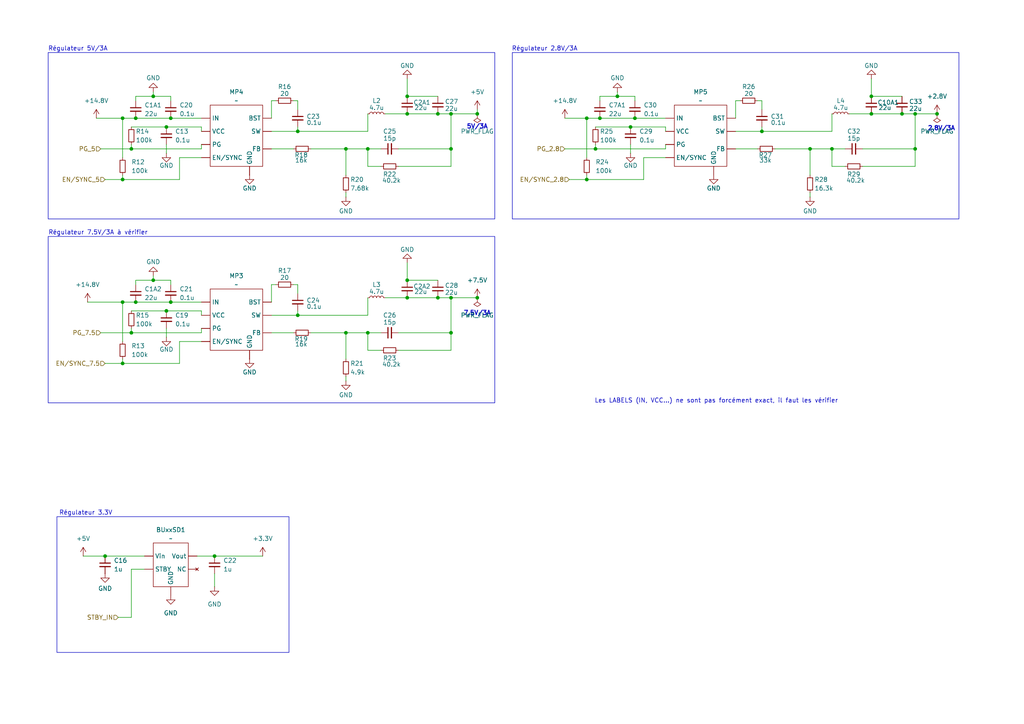
<source format=kicad_sch>
(kicad_sch (version 20250114) (generator "eeschema") (generator_version "9.0")
  (paper "A4")
  (lib_symbols
    (symbol "Device:C_Small" (pin_numbers (hide yes)) (pin_names (offset 0.254) (hide yes))
      (property "Reference" "C" (at 0.254 1.778 0))
      (property "Value" "C_Small" (at 0.254 -2.032 0))
      (symbol "C_Small_0_1"
        (polyline (pts (xy -1.524 0.508) (xy 1.524 0.508)) (stroke (width 0.3048)))
        (polyline (pts (xy -1.524 -0.508) (xy 1.524 -0.508)) (stroke (width 0.3302)))
      )
      (symbol "C_Small_1_1"
        (pin passive line (at 0 2.54 270) (length 2.032) (name "~") (number "1"))
        (pin passive line (at 0 -2.54 90) (length 2.032) (name "~") (number "2"))
      )
    )
    (symbol "Device:L_Small" (pin_numbers (hide yes)) (pin_names (offset 0.254) (hide yes))
      (property "Reference" "L" (at 0.762 1.016 0))
      (property "Value" "L_Small" (at 0.762 -1.016 0))
      (symbol "L_Small_0_1"
        (arc (start 0 2.032) (mid 0.5058 1.524) (end 0 1.016))
        (arc (start 0 1.016) (mid 0.5058 0.508) (end 0 0))
        (arc (start 0 0) (mid 0.5058 -0.508) (end 0 -1.016))
        (arc (start 0 -1.016) (mid 0.5058 -1.524) (end 0 -2.032))
      )
      (symbol "L_Small_1_1"
        (pin passive line (at 0 2.54 270) (length 0.508) (name "~") (number "1"))
        (pin passive line (at 0 -2.54 90) (length 0.508) (name "~") (number "2"))
      )
    )
    (symbol "Device:R_Small" (pin_numbers (hide yes)) (pin_names (offset 0.254) (hide yes))
      (property "Reference" "R" (at 0.762 0.508 0))
      (property "Value" "R_Small" (at 0.762 -1.016 0))
      (symbol "R_Small_0_1"
        (rectangle (start -0.762 1.778) (end 0.762 -1.778) (stroke (width 0.2032)))
      )
      (symbol "R_Small_1_1"
        (pin passive line (at 0 2.54 270) (length 0.762) (name "~") (number "1"))
        (pin passive line (at 0 -2.54 90) (length 0.762) (name "~") (number "2"))
      )
    )
    (symbol "MP1475_1"
      (property "Reference" "MP3" (at 0 12.7 0))
      (property "Value" "~" (at 0 10.16 0))
      (symbol "MP1475_1_0_1"
        (rectangle (start -7.62 8.89) (end 7.62 -8.89))
      )
      (symbol "MP1475_1_1_1"
        (pin power_in line (at -10.16 5.08 0) (length 2.54) (name "IN") (number ""))
        (pin power_out line (at -10.16 1.27 0) (length 2.54) (name "VCC") (number ""))
        (pin output line (at -10.16 -2.54 0) (length 2.54) (name "PG") (number ""))
        (pin input line (at -10.16 -6.35 0) (length 2.54) (name "EN/SYNC") (number ""))
        (pin power_in line (at 3.81 -11.43 90) (length 2.54) (name "GND") (number ""))
        (pin passive line (at 10.16 5.08 180) (length 2.54) (name "BST") (number ""))
        (pin passive line (at 10.16 1.27 180) (length 2.54) (name "SW") (number ""))
        (pin input line (at 10.16 -3.81 180) (length 2.54) (name "FB") (number ""))
      )
    )
    (symbol "MP1475_2"
      (property "Reference" "MP3" (at 0 12.7 0))
      (property "Value" "~" (at 0 10.16 0))
      (symbol "MP1475_2_0_1"
        (rectangle (start -7.62 8.89) (end 7.62 -8.89))
      )
      (symbol "MP1475_2_1_1"
        (pin power_in line (at -10.16 5.08 0) (length 2.54) (name "IN") (number ""))
        (pin power_out line (at -10.16 1.27 0) (length 2.54) (name "VCC") (number ""))
        (pin output line (at -10.16 -2.54 0) (length 2.54) (name "PG") (number ""))
        (pin input line (at -10.16 -6.35 0) (length 2.54) (name "EN/SYNC") (number ""))
        (pin power_in line (at 3.81 -11.43 90) (length 2.54) (name "GND") (number ""))
        (pin passive line (at 10.16 5.08 180) (length 2.54) (name "BST") (number ""))
        (pin passive line (at 10.16 1.27 180) (length 2.54) (name "SW") (number ""))
        (pin input line (at 10.16 -3.81 180) (length 2.54) (name "FB") (number ""))
      )
    )
    (symbol "MP1475_3"
      (property "Reference" "MP3" (at 0 12.7 0))
      (property "Value" "~" (at 0 10.16 0))
      (symbol "MP1475_3_0_1"
        (rectangle (start -7.62 8.89) (end 7.62 -8.89))
      )
      (symbol "MP1475_3_1_1"
        (pin power_in line (at -10.16 5.08 0) (length 2.54) (name "IN") (number ""))
        (pin power_out line (at -10.16 1.27 0) (length 2.54) (name "VCC") (number ""))
        (pin output line (at -10.16 -2.54 0) (length 2.54) (name "PG") (number ""))
        (pin input line (at -10.16 -6.35 0) (length 2.54) (name "EN/SYNC") (number ""))
        (pin power_in line (at 3.81 -11.43 90) (length 2.54) (name "GND") (number ""))
        (pin passive line (at 10.16 5.08 180) (length 2.54) (name "BST") (number ""))
        (pin passive line (at 10.16 1.27 180) (length 2.54) (name "SW") (number ""))
        (pin input line (at 10.16 -3.81 180) (length 2.54) (name "FB") (number ""))
      )
    )
    (symbol "Regulateur:BUxxSD5"
      (property "Reference" "BUxxSD1" (at 0 10.16 0))
      (property "Value" "~" (at 0 7.62 0))
      (symbol "BUxxSD5_0_1"
        (rectangle (start -5.08 6.35) (end 5.08 -6.35))
      )
      (symbol "BUxxSD5_1_1"
        (pin power_in line (at -7.62 2.54 0) (length 2.54) (name "Vin") (number ""))
        (pin input line (at -7.62 -1.27 0) (length 2.54) (name "STBY") (number ""))
        (pin power_in line (at 0 -8.89 90) (length 2.54) (name "GND") (number ""))
        (pin power_out line (at 7.62 2.54 180) (length 2.54) (name "Vout") (number ""))
        (pin no_connect line (at 7.62 -1.27 180) (length 2.54) (name "NC") (number ""))
      )
    )
    (symbol "power:+3.3V" (power) (pin_numbers (hide yes)) (pin_names (offset 0) (hide yes))
      (property "Value" "+3.3V" (at 0 3.556 0))
      (symbol "+3.3V_0_1"
        (polyline (pts (xy -0.762 1.27) (xy 0 2.54)))
        (polyline (pts (xy 0 2.54) (xy 0.762 1.27)))
        (polyline (pts (xy 0 0) (xy 0 2.54)))
      )
      (symbol "+3.3V_1_1"
        (pin power_in line (at 0 0 90) (length 0) (name "~") (number "1"))
      )
    )
    (symbol "power:+5V" (power) (pin_numbers (hide yes)) (pin_names (offset 0) (hide yes))
      (property "Value" "+5V" (at 0 3.556 0))
      (symbol "+5V_0_1"
        (polyline (pts (xy -0.762 1.27) (xy 0 2.54)))
        (polyline (pts (xy 0 2.54) (xy 0.762 1.27)))
        (polyline (pts (xy 0 0) (xy 0 2.54)))
      )
      (symbol "+5V_1_1"
        (pin power_in line (at 0 0 90) (length 0) (name "~") (number "1"))
      )
    )
    (symbol "power:+7.5V" (power) (pin_numbers (hide yes)) (pin_names (offset 0) (hide yes))
      (property "Value" "+7.5V" (at 0 3.556 0))
      (symbol "+7.5V_0_1"
        (polyline (pts (xy -0.762 1.27) (xy 0 2.54)))
        (polyline (pts (xy 0 2.54) (xy 0.762 1.27)))
        (polyline (pts (xy 0 0) (xy 0 2.54)))
      )
      (symbol "+7.5V_1_1"
        (pin power_in line (at 0 0 90) (length 0) (name "~") (number "1"))
      )
    )
    (symbol "power:GND" (power) (pin_numbers (hide yes)) (pin_names (offset 0) (hide yes))
      (property "Value" "GND" (at 0 -3.81 0))
      (symbol "GND_0_1"
        (polyline (pts (xy 0 0) (xy 0 -1.27) (xy 1.27 -1.27) (xy 0 -2.54) (xy -1.27 -1.27) (xy 0 -1.27)))
      )
      (symbol "GND_1_1"
        (pin power_in line (at 0 0 270) (length 0) (name "~") (number "1"))
      )
    )
    (symbol "power:PWR_FLAG" (power) (pin_numbers (hide yes)) (pin_names (offset 0) (hide yes))
      (property "Value" "PWR_FLAG" (at 0 3.81 0))
      (symbol "PWR_FLAG_0_0"
        (pin power_out line (at 0 0 90) (length 0) (name "~") (number "1"))
      )
      (symbol "PWR_FLAG_0_1"
        (polyline (pts (xy 0 0) (xy 0 1.27) (xy -1.016 1.905) (xy 0 2.54) (xy 1.016 1.905) (xy 0 1.27)))
      )
    )
  )
  (rectangle (start 13.97 15.24) (end 143.51 63.5))
  (rectangle (start 148.59 15.24) (end 278.13 63.5))
  (rectangle (start 13.97 68.58) (end 143.51 116.84))
  (rectangle (start 16.51 149.86) (end 83.82 189.23))
  (text "Régulateur 2.8V/3A\n" (at 157.988 14.224 0) (effects (font (size 1.27 1.27))))
  (text "Régulateur 5V/3A\n" (at 22.606 14.224 0) (effects (font (size 1.27 1.27))))
  (text "Les LABELS (IN, VCC...) ne sont pas forcément exact, il faut les vérifier\n" (at 207.772 116.332 0) (effects (font (size 1.27 1.27))))
  (text "7.5V/3A" (at 138.43 90.932 0) (effects (font (size 1.27 1.27) (thickness 0.254) (bold yes))))
  (text "Régulateur 7.5V/3A à vérifier\n" (at 28.448 67.564 0) (effects (font (size 1.27 1.27))))
  (text "5V/3A" (at 138.43 36.83 0) (effects (font (size 1.27 1.27) (thickness 0.254) (bold yes))))
  (text "2.8V/3A\n" (at 273.05 37.338 0) (effects (font (size 1.27 1.27) (thickness 0.254) (bold yes))))
  (text "Régulateur 3.3V\n" (at 24.892 148.844 0) (effects (font (size 1.27 1.27))))
  (junction (at 38.1 96.52))
  (junction (at 184.15 34.29))
  (junction (at 173.99 34.29))
  (junction (at 170.18 52.07))
  (junction (at 118.11 86.36))
  (junction (at 38.1 43.18))
  (junction (at 35.56 87.63))
  (junction (at 100.33 96.52))
  (junction (at 130.81 86.36))
  (junction (at 35.56 105.41))
  (junction (at 252.73 27.94))
  (junction (at 49.53 87.63))
  (junction (at 127 33.02))
  (junction (at 172.72 43.18))
  (junction (at 49.53 34.29))
  (junction (at 182.88 36.83))
  (junction (at 39.37 34.29))
  (junction (at 170.18 34.29))
  (junction (at 127 86.36))
  (junction (at 44.45 27.94))
  (junction (at 106.68 96.52))
  (junction (at 252.73 33.02))
  (junction (at 86.36 91.44))
  (junction (at 234.95 43.18))
  (junction (at 118.11 33.02))
  (junction (at 138.43 33.02))
  (junction (at 138.43 86.36))
  (junction (at 48.26 90.17))
  (junction (at 106.68 43.18))
  (junction (at 130.81 43.18))
  (junction (at 118.11 81.28))
  (junction (at 86.36 38.1))
  (junction (at 48.26 36.83))
  (junction (at 241.3 43.18))
  (junction (at 35.56 34.29))
  (junction (at 261.62 33.02))
  (junction (at 130.81 33.02))
  (junction (at 44.45 81.28))
  (junction (at 271.78 33.02))
  (junction (at 179.07 27.94))
  (junction (at 118.11 27.94))
  (junction (at 130.81 96.52))
  (junction (at 30.48 161.29))
  (junction (at 265.43 33.02))
  (junction (at 220.98 38.1))
  (junction (at 100.33 43.18))
  (junction (at 265.43 43.18))
  (junction (at 62.23 161.29))
  (junction (at 35.56 52.07))
  (junction (at 39.37 87.63))
  (wire (pts (xy 170.18 52.07) (xy 170.18 50.8)))
  (wire (pts (xy 86.36 29.21) (xy 86.36 31.75)))
  (wire (pts (xy 58.42 96.52) (xy 58.42 95.25)))
  (wire (pts (xy 30.48 161.29) (xy 41.91 161.29)))
  (wire (pts (xy 100.33 43.18) (xy 100.33 50.8)))
  (wire (pts (xy 38.1 95.25) (xy 38.1 96.52)))
  (wire (pts (xy 115.57 48.26) (xy 130.81 48.26)))
  (wire (pts (xy 220.98 38.1) (xy 213.36 38.1)))
  (wire (pts (xy 241.3 38.1) (xy 220.98 38.1)))
  (wire (pts (xy 24.13 161.29) (xy 30.48 161.29)))
  (wire (pts (xy 57.15 161.29) (xy 62.23 161.29)))
  (wire (pts (xy 265.43 43.18) (xy 265.43 33.02)))
  (wire (pts (xy 106.68 91.44) (xy 86.36 91.44)))
  (wire (pts (xy 90.17 96.52) (xy 100.33 96.52)))
  (wire (pts (xy 138.43 31.75) (xy 138.43 33.02)))
  (wire (pts (xy 173.99 27.94) (xy 173.99 29.21)))
  (wire (pts (xy 234.95 43.18) (xy 234.95 50.8)))
  (wire (pts (xy 29.21 96.52) (xy 38.1 96.52)))
  (wire (pts (xy 39.37 27.94) (xy 39.37 29.21)))
  (wire (pts (xy 118.11 27.94) (xy 127 27.94)))
  (wire (pts (xy 241.3 33.02) (xy 241.3 38.1)))
  (wire (pts (xy 193.04 36.83) (xy 182.88 36.83)))
  (wire (pts (xy 127 33.02) (xy 130.81 33.02)))
  (wire (pts (xy 49.53 87.63) (xy 39.37 87.63)))
  (wire (pts (xy 58.42 43.18) (xy 58.42 41.91)))
  (wire (pts (xy 106.68 96.52) (xy 110.49 96.52)))
  (wire (pts (xy 52.07 105.41) (xy 35.56 105.41)))
  (wire (pts (xy 86.36 90.17) (xy 86.36 91.44)))
  (wire (pts (xy 118.11 33.02) (xy 127 33.02)))
  (wire (pts (xy 62.23 166.37) (xy 62.23 170.18)))
  (wire (pts (xy 86.36 91.44) (xy 78.74 91.44)))
  (wire (pts (xy 265.43 48.26) (xy 265.43 43.18)))
  (wire (pts (xy 170.18 34.29) (xy 173.99 34.29)))
  (wire (pts (xy 234.95 43.18) (xy 241.3 43.18)))
  (wire (pts (xy 100.33 43.18) (xy 106.68 43.18)))
  (wire (pts (xy 58.42 45.72) (xy 52.07 45.72)))
  (wire (pts (xy 110.49 101.6) (xy 106.68 101.6)))
  (wire (pts (xy 78.74 29.21) (xy 80.01 29.21)))
  (wire (pts (xy 90.17 43.18) (xy 100.33 43.18)))
  (wire (pts (xy 193.04 45.72) (xy 186.69 45.72)))
  (wire (pts (xy 179.07 26.67) (xy 179.07 27.94)))
  (wire (pts (xy 35.56 105.41) (xy 35.56 104.14)))
  (wire (pts (xy 130.81 43.18) (xy 130.81 33.02)))
  (wire (pts (xy 118.11 22.86) (xy 118.11 27.94)))
  (wire (pts (xy 106.68 38.1) (xy 86.36 38.1)))
  (wire (pts (xy 172.72 36.83) (xy 182.88 36.83)))
  (wire (pts (xy 106.68 86.36) (xy 106.68 91.44)))
  (wire (pts (xy 172.72 41.91) (xy 172.72 43.18)))
  (wire (pts (xy 184.15 34.29) (xy 173.99 34.29)))
  (wire (pts (xy 118.11 81.28) (xy 127 81.28)))
  (wire (pts (xy 48.26 95.25) (xy 48.26 97.79)))
  (wire (pts (xy 25.4 87.63) (xy 35.56 87.63)))
  (wire (pts (xy 58.42 99.06) (xy 52.07 99.06)))
  (wire (pts (xy 38.1 179.07) (xy 34.29 179.07)))
  (wire (pts (xy 78.74 34.29) (xy 78.74 29.21)))
  (wire (pts (xy 106.68 96.52) (xy 106.68 101.6)))
  (wire (pts (xy 35.56 45.72) (xy 35.56 34.29)))
  (wire (pts (xy 38.1 41.91) (xy 38.1 43.18)))
  (wire (pts (xy 100.33 55.88) (xy 100.33 57.15)))
  (wire (pts (xy 38.1 165.1) (xy 41.91 165.1)))
  (wire (pts (xy 213.36 43.18) (xy 219.71 43.18)))
  (wire (pts (xy 111.76 86.36) (xy 118.11 86.36)))
  (wire (pts (xy 219.71 29.21) (xy 220.98 29.21)))
  (wire (pts (xy 44.45 80.01) (xy 44.45 81.28)))
  (wire (pts (xy 58.42 91.44) (xy 58.42 90.17)))
  (wire (pts (xy 118.11 76.2) (xy 118.11 81.28)))
  (wire (pts (xy 127 86.36) (xy 130.81 86.36)))
  (wire (pts (xy 44.45 81.28) (xy 39.37 81.28)))
  (wire (pts (xy 213.36 34.29) (xy 213.36 29.21)))
  (wire (pts (xy 106.68 43.18) (xy 106.68 48.26)))
  (wire (pts (xy 213.36 29.21) (xy 214.63 29.21)))
  (wire (pts (xy 58.42 38.1) (xy 58.42 36.83)))
  (wire (pts (xy 49.53 27.94) (xy 49.53 29.21)))
  (wire (pts (xy 29.21 43.18) (xy 38.1 43.18)))
  (wire (pts (xy 44.45 26.67) (xy 44.45 27.94)))
  (wire (pts (xy 78.74 82.55) (xy 80.01 82.55)))
  (wire (pts (xy 49.53 27.94) (xy 44.45 27.94)))
  (wire (pts (xy 220.98 36.83) (xy 220.98 38.1)))
  (wire (pts (xy 115.57 101.6) (xy 130.81 101.6)))
  (wire (pts (xy 234.95 55.88) (xy 234.95 57.15)))
  (wire (pts (xy 62.23 161.29) (xy 76.2 161.29)))
  (wire (pts (xy 35.56 34.29) (xy 39.37 34.29)))
  (wire (pts (xy 49.53 81.28) (xy 44.45 81.28)))
  (wire (pts (xy 78.74 96.52) (xy 85.09 96.52)))
  (wire (pts (xy 78.74 87.63) (xy 78.74 82.55)))
  (wire (pts (xy 58.42 36.83) (xy 48.26 36.83)))
  (wire (pts (xy 85.09 29.21) (xy 86.36 29.21)))
  (wire (pts (xy 52.07 99.06) (xy 52.07 105.41)))
  (wire (pts (xy 111.76 33.02) (xy 118.11 33.02)))
  (wire (pts (xy 106.68 43.18) (xy 110.49 43.18)))
  (wire (pts (xy 252.73 27.94) (xy 261.62 27.94)))
  (wire (pts (xy 38.1 36.83) (xy 48.26 36.83)))
  (wire (pts (xy 184.15 27.94) (xy 179.07 27.94)))
  (wire (pts (xy 186.69 45.72) (xy 186.69 52.07)))
  (wire (pts (xy 245.11 48.26) (xy 241.3 48.26)))
  (wire (pts (xy 78.74 43.18) (xy 85.09 43.18)))
  (wire (pts (xy 110.49 48.26) (xy 106.68 48.26)))
  (wire (pts (xy 246.38 33.02) (xy 252.73 33.02)))
  (wire (pts (xy 252.73 33.02) (xy 261.62 33.02)))
  (wire (pts (xy 224.79 43.18) (xy 234.95 43.18)))
  (wire (pts (xy 35.56 99.06) (xy 35.56 87.63)))
  (wire (pts (xy 193.04 43.18) (xy 193.04 41.91)))
  (wire (pts (xy 193.04 34.29) (xy 184.15 34.29)))
  (wire (pts (xy 100.33 96.52) (xy 106.68 96.52)))
  (wire (pts (xy 38.1 90.17) (xy 48.26 90.17)))
  (wire (pts (xy 261.62 33.02) (xy 265.43 33.02)))
  (wire (pts (xy 182.88 41.91) (xy 182.88 44.45)))
  (wire (pts (xy 86.36 36.83) (xy 86.36 38.1)))
  (wire (pts (xy 186.69 52.07) (xy 170.18 52.07)))
  (wire (pts (xy 106.68 33.02) (xy 106.68 38.1)))
  (wire (pts (xy 58.42 87.63) (xy 49.53 87.63)))
  (wire (pts (xy 52.07 52.07) (xy 35.56 52.07)))
  (wire (pts (xy 86.36 82.55) (xy 86.36 85.09)))
  (wire (pts (xy 130.81 33.02) (xy 138.43 33.02)))
  (wire (pts (xy 44.45 27.94) (xy 39.37 27.94)))
  (wire (pts (xy 38.1 43.18) (xy 58.42 43.18)))
  (wire (pts (xy 48.26 41.91) (xy 48.26 44.45)))
  (wire (pts (xy 58.42 90.17) (xy 48.26 90.17)))
  (wire (pts (xy 30.48 52.07) (xy 35.56 52.07)))
  (wire (pts (xy 252.73 22.86) (xy 252.73 27.94)))
  (wire (pts (xy 85.09 82.55) (xy 86.36 82.55)))
  (wire (pts (xy 58.42 34.29) (xy 49.53 34.29)))
  (wire (pts (xy 100.33 109.22) (xy 100.33 110.49)))
  (wire (pts (xy 130.81 48.26) (xy 130.81 43.18)))
  (wire (pts (xy 86.36 38.1) (xy 78.74 38.1)))
  (wire (pts (xy 130.81 101.6) (xy 130.81 96.52)))
  (wire (pts (xy 163.83 43.18) (xy 172.72 43.18)))
  (wire (pts (xy 250.19 43.18) (xy 265.43 43.18)))
  (wire (pts (xy 27.94 34.29) (xy 35.56 34.29)))
  (wire (pts (xy 30.48 105.41) (xy 35.56 105.41)))
  (wire (pts (xy 118.11 86.36) (xy 127 86.36)))
  (wire (pts (xy 170.18 45.72) (xy 170.18 34.29)))
  (wire (pts (xy 130.81 86.36) (xy 138.43 86.36)))
  (wire (pts (xy 172.72 43.18) (xy 193.04 43.18)))
  (wire (pts (xy 52.07 45.72) (xy 52.07 52.07)))
  (wire (pts (xy 163.83 34.29) (xy 170.18 34.29)))
  (wire (pts (xy 115.57 43.18) (xy 130.81 43.18)))
  (wire (pts (xy 179.07 27.94) (xy 173.99 27.94)))
  (wire (pts (xy 35.56 52.07) (xy 35.56 50.8)))
  (wire (pts (xy 115.57 96.52) (xy 130.81 96.52)))
  (wire (pts (xy 38.1 165.1) (xy 38.1 179.07)))
  (wire (pts (xy 220.98 29.21) (xy 220.98 31.75)))
  (wire (pts (xy 130.81 96.52) (xy 130.81 86.36)))
  (wire (pts (xy 250.19 48.26) (xy 265.43 48.26)))
  (wire (pts (xy 184.15 27.94) (xy 184.15 29.21)))
  (wire (pts (xy 35.56 87.63) (xy 39.37 87.63)))
  (wire (pts (xy 241.3 43.18) (xy 241.3 48.26)))
  (wire (pts (xy 165.1 52.07) (xy 170.18 52.07)))
  (wire (pts (xy 100.33 96.52) (xy 100.33 104.14)))
  (wire (pts (xy 265.43 33.02) (xy 271.78 33.02)))
  (wire (pts (xy 38.1 96.52) (xy 58.42 96.52)))
  (wire (pts (xy 241.3 43.18) (xy 245.11 43.18)))
  (wire (pts (xy 39.37 81.28) (xy 39.37 82.55)))
  (wire (pts (xy 193.04 38.1) (xy 193.04 36.83)))
  (wire (pts (xy 49.53 34.29) (xy 39.37 34.29)))
  (wire (pts (xy 49.53 81.28) (xy 49.53 82.55)))
  (hierarchical_label "PG_2.8" (shape input) (at 163.83 43.18 180))
  (hierarchical_label "EN{slash}SYNC_7.5" (shape input) (at 30.48 105.41 180))
  (hierarchical_label "STBY_IN" (shape input) (at 34.29 179.07 180))
  (hierarchical_label "PG_7.5" (shape input) (at 29.21 96.52 180))
  (hierarchical_label "PG_5" (shape input) (at 29.21 43.18 180))
  (hierarchical_label "EN{slash}SYNC_2.8" (shape input) (at 165.1 52.07 180))
  (hierarchical_label "EN{slash}SYNC_5" (shape input) (at 30.48 52.07 180))
  (symbol (lib_id "Device:R_Small") (at 35.56 48.26 0) (unit 1)
    (property "Reference" "R12" (at 38.1 46.9899 0) (effects (justify left)))
    (property "Value" "100k" (at 38.1 49.5299 0) (effects (justify left)))
    (property "Footprint" "Resistor_SMD:R_0402_1005Metric" (effects (hide yes)))
    (property "Description" "Resistor, small symbol" (effects (hide yes)))
  )
  (symbol (lib_id "Device:C_Small") (at 30.48 163.83 0) (unit 1)
    (property "Reference" "C16" (at 33.02 162.5662 0) (effects (justify left)))
    (property "Value" "1u" (at 33.02 165.1062 0) (effects (justify left)))
    (property "Footprint" "Capacitor_SMD:C_0603_1608Metric" (effects (hide yes)))
    (property "Description" "Unpolarized capacitor, small symbol" (effects (hide yes)))
  )
  (symbol (lib_id "power:GND") (at 100.33 110.49 0) (unit 1)
    (property "Reference" "#PWR0104" (effects (hide yes)))
    (property "Value" "GND" (at 100.33 114.554 0))
    (property "Description" "Power symbol creates a global label with name \"GND\" , ground" (effects (hide yes)))
  )
  (symbol (lib_id "Device:R_Small") (at 35.56 101.6 0) (unit 1)
    (property "Reference" "R13" (at 38.1 100.3299 0) (effects (justify left)))
    (property "Value" "100k" (at 38.1 102.8699 0) (effects (justify left)))
    (property "Footprint" "Resistor_SMD:R_0402_1005Metric" (effects (hide yes)))
    (property "Description" "Resistor, small symbol" (effects (hide yes)))
  )
  (symbol (lib_id "power:+5V") (at 25.4 87.63 0) (unit 1)
    (property "Reference" "#PWR0117" (effects (hide yes)))
    (property "Value" "+14.8V" (at 25.4 82.55 0))
    (property "Description" "Power symbol creates a global label with name \"+5V\"" (effects (hide yes)))
  )
  (symbol (lib_id "Device:R_Small") (at 170.18 48.26 0) (unit 1)
    (property "Reference" "R24" (at 172.72 46.9899 0) (effects (justify left)))
    (property "Value" "100k" (at 172.72 49.5299 0) (effects (justify left)))
    (property "Footprint" "Resistor_SMD:R_0402_1005Metric" (effects (hide yes)))
    (property "Description" "Resistor, small symbol" (effects (hide yes)))
  )
  (symbol (lib_id "power:GND") (at 48.26 97.79 0) (unit 1)
    (property "Reference" "#PWR098" (effects (hide yes)))
    (property "Value" "GND" (at 46.228 101.346 0) (effects (justify left)))
    (property "Description" "Power symbol creates a global label with name \"GND\" , ground" (effects (hide yes)))
  )
  (symbol (lib_id "Device:R_Small") (at 113.03 101.6 90) (unit 1)
    (property "Reference" "R23" (at 113.03 103.886 90))
    (property "Value" "40.2k" (at 113.538 105.664 90))
    (property "Footprint" "Resistor_SMD:R_0402_1005Metric" (effects (hide yes)))
    (property "Description" "Resistor, small symbol" (effects (hide yes)))
  )
  (symbol (lib_id "power:GND") (at 44.45 80.01 180) (unit 1)
    (property "Reference" "#PWR096" (effects (hide yes)))
    (property "Value" "GND" (at 44.45 75.946 0))
    (property "Description" "Power symbol creates a global label with name \"GND\" , ground" (effects (hide yes)))
  )
  (symbol (lib_id "power:+5V") (at 138.43 86.36 0) (unit 1)
    (property "Reference" "#PWR0115" (effects (hide yes)))
    (property "Value" "+7.5V" (at 138.43 81.28 0))
    (property "Description" "Power symbol creates a global label with name \"+5V\"" (effects (hide yes)))
  )
  (symbol (lib_id "Device:C_Small") (at 48.26 92.71 0) (unit 1)
    (property "Reference" "C19" (at 50.8 91.4462 0) (effects (justify left)))
    (property "Value" "0.1u" (at 50.8 93.9862 0) (effects (justify left)))
    (property "Footprint" "Capacitor_SMD:C_0402_1005Metric" (effects (hide yes)))
    (property "Description" "Unpolarized capacitor, small symbol" (effects (hide yes)))
  )
  (symbol (lib_id "Device:C_Small") (at 49.53 85.09 0) (unit 1)
    (property "Reference" "C21" (at 52.07 83.8262 0) (effects (justify left)))
    (property "Value" "0.1u" (at 52.07 86.3662 0) (effects (justify left)))
    (property "Footprint" "Capacitor_SMD:C_0402_1005Metric" (effects (hide yes)))
    (property "Description" "Unpolarized capacitor, small symbol" (effects (hide yes)))
  )
  (symbol (lib_id "Device:C_Small") (at 39.37 85.09 0) (unit 1)
    (property "Reference" "C1A2" (at 41.91 83.8262 0) (effects (justify left)))
    (property "Value" "22u" (at 41.91 86.3662 0) (effects (justify left)))
    (property "Footprint" "Capacitor_SMD:C_Elec_5x5.4" (effects (hide yes)))
    (property "Description" "Unpolarized capacitor, small symbol" (effects (hide yes)))
  )
  (symbol (lib_id "Device:C_Small") (at 247.65 43.18 90) (unit 1)
    (property "Reference" "C32" (at 247.65 38.1 90))
    (property "Value" "15p" (at 247.65 40.132 90))
    (property "Footprint" "Capacitor_SMD:C_0402_1005Metric" (effects (hide yes)))
    (property "Description" "Unpolarized capacitor, small symbol" (effects (hide yes)))
  )
  (symbol (lib_id "Device:R_Small") (at 234.95 53.34 0) (unit 1)
    (property "Reference" "R28" (at 236.22 52.07 0) (effects (justify left)))
    (property "Value" "16.3k" (at 236.22 54.61 0) (effects (justify left)))
    (property "Footprint" "Resistor_SMD:R_0402_1005Metric" (effects (hide yes)))
    (property "Description" "Resistor, small symbol" (effects (hide yes)))
  )
  (symbol (lib_id "Device:C_Small") (at 86.36 34.29 0) (unit 1)
    (property "Reference" "C23" (at 88.9 33.782 0) (effects (justify left)))
    (property "Value" "0.1u" (at 88.9 35.5662 0) (effects (justify left)))
    (property "Footprint" "Capacitor_SMD:C_0402_1005Metric" (effects (hide yes)))
    (property "Description" "Unpolarized capacitor, small symbol" (effects (hide yes)))
  )
  (symbol (lib_id "Device:R_Small") (at 100.33 53.34 0) (unit 1)
    (property "Reference" "R20" (at 101.6 52.07 0) (effects (justify left)))
    (property "Value" "7.68k" (at 101.6 54.61 0) (effects (justify left)))
    (property "Footprint" "Resistor_SMD:R_0402_1005Metric" (effects (hide yes)))
    (property "Description" "Resistor, small symbol" (effects (hide yes)))
  )
  (symbol (lib_id "Device:R_Small") (at 38.1 92.71 0) (unit 1)
    (property "Reference" "R15" (at 39.37 91.44 0) (effects (justify left)))
    (property "Value" "100k" (at 39.37 93.98 0) (effects (justify left)))
    (property "Footprint" "Resistor_SMD:R_0402_1005Metric" (effects (hide yes)))
    (property "Description" "Resistor, small symbol" (effects (hide yes)))
  )
  (symbol (lib_id "power:GND") (at 207.01 50.8 0) (unit 1)
    (property "Reference" "#PWR0109" (effects (hide yes)))
    (property "Value" "GND" (at 207.01 54.61 0))
    (property "Description" "Power symbol creates a global label with name \"GND\" , ground" (effects (hide yes)))
  )
  (symbol (lib_id "Device:C_Small") (at 48.26 39.37 0) (unit 1)
    (property "Reference" "C13" (at 50.8 38.1062 0) (effects (justify left)))
    (property "Value" "0.1u" (at 50.8 40.6462 0) (effects (justify left)))
    (property "Footprint" "Capacitor_SMD:C_0402_1005Metric" (effects (hide yes)))
    (property "Description" "Unpolarized capacitor, small symbol" (effects (hide yes)))
  )
  (symbol (lib_id "Device:R_Small") (at 222.25 43.18 270) (unit 1)
    (property "Reference" "R27" (at 221.996 44.958 90))
    (property "Value" "33k" (at 221.996 46.482 90))
    (property "Footprint" "Resistor_SMD:R_0402_1005Metric" (effects (hide yes)))
    (property "Description" "Resistor, small symbol" (effects (hide yes)))
  )
  (symbol (lib_id "Device:C_Small") (at 49.53 31.75 0) (unit 1)
    (property "Reference" "C20" (at 52.07 30.4862 0) (effects (justify left)))
    (property "Value" "0.1u" (at 52.07 33.0262 0) (effects (justify left)))
    (property "Footprint" "Capacitor_SMD:C_0402_1005Metric" (effects (hide yes)))
    (property "Description" "Unpolarized capacitor, small symbol" (effects (hide yes)))
  )
  (symbol (lib_id "power:GND") (at 100.33 57.15 0) (unit 1)
    (property "Reference" "#PWR0103" (effects (hide yes)))
    (property "Value" "GND" (at 100.33 61.214 0))
    (property "Description" "Power symbol creates a global label with name \"GND\" , ground" (effects (hide yes)))
  )
  (symbol (lib_id "Device:C_Small") (at 127 30.48 0) (unit 1)
    (property "Reference" "C27" (at 129.032 29.464 0) (effects (justify left)))
    (property "Value" "22u" (at 129.032 31.496 0) (effects (justify left)))
    (property "Footprint" "Capacitor_SMD:C_Elec_5x5.4" (effects (hide yes)))
    (property "Description" "Unpolarized capacitor, small symbol" (effects (hide yes)))
  )
  (symbol (lib_name "MP1475_2") (lib_id "Regulateur:MP1475") (at 68.58 92.71 0) (unit 1)
    (property "Reference" "MP3" (at 68.58 80.01 0))
    (property "Value" "~" (at 68.58 82.55 0))
    (property "Footprint" "Régu:TSOT23-8" (effects (hide yes)))
    (property "Datasheet" "https://www.monolithicpower.com/en/documentview/productdocument/index/version/2/document_type/Datasheet/lang/en/sku/MP1475" (effects (hide yes)))
    (property "MPN" "MP1475DJ-LF-P" (effects (hide yes)))
  )
  (symbol (lib_id "Device:R_Small") (at 172.72 39.37 0) (unit 1)
    (property "Reference" "R25" (at 173.99 38.1 0) (effects (justify left)))
    (property "Value" "100k" (at 173.99 40.64 0) (effects (justify left)))
    (property "Footprint" "Resistor_SMD:R_0402_1005Metric" (effects (hide yes)))
    (property "Description" "Resistor, small symbol" (effects (hide yes)))
  )
  (symbol (lib_id "Device:R_Small") (at 247.65 48.26 90) (unit 1)
    (property "Reference" "R29" (at 247.65 50.546 90))
    (property "Value" "40.2k" (at 248.158 52.324 90))
    (property "Footprint" "Resistor_SMD:R_0402_1005Metric" (effects (hide yes)))
    (property "Description" "Resistor, small symbol" (effects (hide yes)))
  )
  (symbol (lib_id "Device:R_Small") (at 87.63 96.52 270) (unit 1)
    (property "Reference" "R19" (at 87.376 98.298 90))
    (property "Value" "16k" (at 87.376 99.822 90))
    (property "Footprint" "Resistor_SMD:R_0402_1005Metric" (effects (hide yes)))
    (property "Description" "Resistor, small symbol" (effects (hide yes)))
  )
  (symbol (lib_id "Device:C_Small") (at 118.11 83.82 0) (unit 1)
    (property "Reference" "C2A2" (at 119.888 83.058 0) (effects (justify left)))
    (property "Value" "22u" (at 120.142 84.582 0) (effects (justify left)))
    (property "Footprint" "Capacitor_SMD:C_Elec_5x5.4" (effects (hide yes)))
    (property "Description" "Unpolarized capacitor, small symbol" (effects (hide yes)))
  )
  (symbol (lib_id "power:GND") (at 44.45 26.67 180) (unit 1)
    (property "Reference" "#PWR095" (effects (hide yes)))
    (property "Value" "GND" (at 44.45 22.606 0))
    (property "Description" "Power symbol creates a global label with name \"GND\" , ground" (effects (hide yes)))
  )
  (symbol (lib_id "Device:C_Small") (at 62.23 163.83 0) (unit 1)
    (property "Reference" "C22" (at 64.77 162.5662 0) (effects (justify left)))
    (property "Value" "1u" (at 64.77 165.1062 0) (effects (justify left)))
    (property "Footprint" "Capacitor_SMD:C_0603_1608Metric" (effects (hide yes)))
    (property "Description" "Unpolarized capacitor, small symbol" (effects (hide yes)))
  )
  (symbol (lib_id "Device:C_Small") (at 173.99 31.75 0) (unit 1)
    (property "Reference" "C7A1" (at 176.53 30.4862 0) (effects (justify left)))
    (property "Value" "22u" (at 176.53 33.0262 0) (effects (justify left)))
    (property "Footprint" "Capacitor_SMD:C_Elec_5x5.4" (effects (hide yes)))
    (property "Description" "Unpolarized capacitor, small symbol" (effects (hide yes)))
  )
  (symbol (lib_id "Device:C_Small") (at 184.15 31.75 0) (unit 1)
    (property "Reference" "C30" (at 186.69 30.4862 0) (effects (justify left)))
    (property "Value" "0.1u" (at 186.69 33.0262 0) (effects (justify left)))
    (property "Footprint" "Capacitor_SMD:C_0402_1005Metric" (effects (hide yes)))
    (property "Description" "Unpolarized capacitor, small symbol" (effects (hide yes)))
  )
  (symbol (lib_id "power:GND") (at 72.39 104.14 0) (unit 1)
    (property "Reference" "#PWR0102" (effects (hide yes)))
    (property "Value" "GND" (at 72.39 107.95 0))
    (property "Description" "Power symbol creates a global label with name \"GND\" , ground" (effects (hide yes)))
  )
  (symbol (lib_id "Device:C_Small") (at 261.62 30.48 0) (unit 1)
    (property "Reference" "C33" (at 263.652 29.464 0) (effects (justify left)))
    (property "Value" "22u" (at 263.652 31.496 0) (effects (justify left)))
    (property "Footprint" "Capacitor_SMD:C_Elec_5x5.4" (effects (hide yes)))
    (property "Description" "Unpolarized capacitor, small symbol" (effects (hide yes)))
  )
  (symbol (lib_id "Device:R_Small") (at 87.63 43.18 270) (unit 1)
    (property "Reference" "R18" (at 87.376 44.958 90))
    (property "Value" "16k" (at 87.376 46.482 90))
    (property "Footprint" "Resistor_SMD:R_0402_1005Metric" (effects (hide yes)))
    (property "Description" "Resistor, small symbol" (effects (hide yes)))
  )
  (symbol (lib_id "power:GND") (at 72.39 50.8 0) (unit 1)
    (property "Reference" "#PWR0101" (effects (hide yes)))
    (property "Value" "GND" (at 72.39 54.61 0))
    (property "Description" "Power symbol creates a global label with name \"GND\" , ground" (effects (hide yes)))
  )
  (symbol (lib_id "Device:R_Small") (at 100.33 106.68 0) (unit 1)
    (property "Reference" "R21" (at 101.6 105.41 0) (effects (justify left)))
    (property "Value" "4.9k" (at 101.6 107.95 0) (effects (justify left)))
    (property "Footprint" "Resistor_SMD:R_0402_1005Metric" (effects (hide yes)))
    (property "Description" "Resistor, small symbol" (effects (hide yes)))
  )
  (symbol (lib_id "power:GND") (at 49.53 172.72 0) (unit 1)
    (property "Reference" "#PWR099" (effects (hide yes)))
    (property "Value" "GND" (at 49.53 177.8 0))
    (property "Description" "Power symbol creates a global label with name \"GND\" , ground" (effects (hide yes)))
  )
  (symbol (lib_id "power:+5V") (at 138.43 31.75 0) (unit 1)
    (property "Reference" "#PWR0116" (effects (hide yes)))
    (property "Value" "+5V" (at 138.43 26.67 0))
    (property "Description" "Power symbol creates a global label with name \"+5V\"" (effects (hide yes)))
  )
  (symbol (lib_id "Device:R_Small") (at 82.55 82.55 90) (unit 1)
    (property "Reference" "R17" (at 82.55 78.486 90))
    (property "Value" "20" (at 82.55 80.518 90))
    (property "Footprint" "Resistor_SMD:R_0402_1005Metric" (effects (hide yes)))
    (property "Description" "Resistor, small symbol" (effects (hide yes)))
  )
  (symbol (lib_id "power:PWR_FLAG") (at 138.43 33.02 180) (unit 1)
    (property "Reference" "#FLG03" (effects (hide yes)))
    (property "Value" "PWR_FLAG" (at 138.43 38.1 0))
    (property "Description" "Special symbol for telling ERC where power comes from" (effects (hide yes)))
  )
  (symbol (lib_id "power:GND") (at 182.88 44.45 0) (unit 1)
    (property "Reference" "#PWR0108" (effects (hide yes)))
    (property "Value" "GND" (at 180.848 48.006 0) (effects (justify left)))
    (property "Description" "Power symbol creates a global label with name \"GND\" , ground" (effects (hide yes)))
  )
  (symbol (lib_id "power:+3.3V") (at 76.2 161.29 0) (unit 1)
    (property "Reference" "#PWR0121" (effects (hide yes)))
    (property "Value" "+3.3V" (at 76.2 156.21 0))
    (property "Description" "Power symbol creates a global label with name \"+3.3V\"" (effects (hide yes)))
  )
  (symbol (lib_id "Device:C_Small") (at 113.03 96.52 90) (unit 1)
    (property "Reference" "C26" (at 113.03 91.44 90))
    (property "Value" "15p" (at 113.03 93.472 90))
    (property "Footprint" "Capacitor_SMD:C_0402_1005Metric" (effects (hide yes)))
    (property "Description" "Unpolarized capacitor, small symbol" (effects (hide yes)))
  )
  (symbol (lib_id "power:GND") (at 62.23 170.18 0) (unit 1)
    (property "Reference" "#PWR0100" (effects (hide yes)))
    (property "Value" "GND" (at 62.23 175.26 0))
    (property "Description" "Power symbol creates a global label with name \"GND\" , ground" (effects (hide yes)))
  )
  (symbol (lib_name "MP1475_3") (lib_id "Regulateur:MP1475") (at 68.58 39.37 0) (unit 1)
    (property "Reference" "MP4" (at 68.58 26.67 0))
    (property "Value" "~" (at 68.58 29.21 0))
    (property "Footprint" "Régu:TSOT23-8" (effects (hide yes)))
    (property "Datasheet" "https://www.monolithicpower.com/en/documentview/productdocument/index/version/2/document_type/Datasheet/lang/en/sku/MP1475" (effects (hide yes)))
    (property "MPN" "MP1475DJ-LF-P" (effects (hide yes)))
  )
  (symbol (lib_id "Device:C_Small") (at 39.37 31.75 0) (unit 1)
    (property "Reference" "C1A1" (at 41.91 30.4862 0) (effects (justify left)))
    (property "Value" "22u" (at 41.91 33.0262 0) (effects (justify left)))
    (property "Footprint" "Capacitor_SMD:C_Elec_5x5.4" (effects (hide yes)))
    (property "Description" "Unpolarized capacitor, small symbol" (effects (hide yes)))
  )
  (symbol (lib_id "Device:R_Small") (at 82.55 29.21 90) (unit 1)
    (property "Reference" "R16" (at 82.55 25.146 90))
    (property "Value" "20" (at 82.55 27.178 90))
    (property "Footprint" "Resistor_SMD:R_0402_1005Metric" (effects (hide yes)))
    (property "Description" "Resistor, small symbol" (effects (hide yes)))
  )
  (symbol (lib_id "power:PWR_FLAG") (at 138.43 86.36 180) (unit 1)
    (property "Reference" "#FLG05" (effects (hide yes)))
    (property "Value" "PWR_FLAG" (at 138.43 91.44 0))
    (property "Description" "Special symbol for telling ERC where power comes from" (effects (hide yes)))
  )
  (symbol (lib_id "Device:C_Small") (at 86.36 87.63 0) (unit 1)
    (property "Reference" "C24" (at 88.9 87.122 0) (effects (justify left)))
    (property "Value" "0.1u" (at 88.9 88.9062 0) (effects (justify left)))
    (property "Footprint" "Capacitor_SMD:C_0402_1005Metric" (effects (hide yes)))
    (property "Description" "Unpolarized capacitor, small symbol" (effects (hide yes)))
  )
  (symbol (lib_id "Device:L_Small") (at 243.84 33.02 90) (unit 1)
    (property "Reference" "L4" (at 243.84 29.21 90))
    (property "Value" "4.7u" (at 243.84 31.242 90))
    (property "Footprint" "Inductor_SMD:L_0603_1608Metric" (effects (hide yes)))
    (property "Description" "Inductor, small symbol" (effects (hide yes)))
  )
  (symbol (lib_id "power:PWR_FLAG") (at 271.78 33.02 180) (unit 1)
    (property "Reference" "#FLG04" (effects (hide yes)))
    (property "Value" "PWR_FLAG" (at 271.78 38.1 0))
    (property "Description" "Special symbol for telling ERC where power comes from" (effects (hide yes)))
  )
  (symbol (lib_id "Device:C_Small") (at 182.88 39.37 0) (unit 1)
    (property "Reference" "C29" (at 185.42 38.1062 0) (effects (justify left)))
    (property "Value" "0.1u" (at 185.42 40.6462 0) (effects (justify left)))
    (property "Footprint" "Capacitor_SMD:C_0402_1005Metric" (effects (hide yes)))
    (property "Description" "Unpolarized capacitor, small symbol" (effects (hide yes)))
  )
  (symbol (lib_id "Regulateur:BUxxSD5") (at 49.53 163.83 0) (unit 1)
    (property "Reference" "BUxxSD1" (at 49.53 153.67 0))
    (property "Value" "~" (at 49.53 156.21 0))
    (property "Footprint" "Régu:SSOP5_BUxxSD5" (effects (hide yes)))
    (property "Datasheet" "https://fscdn.rohm.com/en/products/databook/datasheet/ic/power/linear_regulator/buxxsd5wg-e.pdf" (effects (hide yes)))
    (property "MPN" "BU33SD5WG-TR" (effects (hide yes)))
  )
  (symbol (lib_id "Device:C_Small") (at 127 83.82 0) (unit 1)
    (property "Reference" "C28" (at 129.032 82.804 0) (effects (justify left)))
    (property "Value" "22u" (at 129.032 84.836 0) (effects (justify left)))
    (property "Footprint" "Capacitor_SMD:C_Elec_5x5.4" (effects (hide yes)))
    (property "Description" "Unpolarized capacitor, small symbol" (effects (hide yes)))
  )
  (symbol (lib_id "Device:R_Small") (at 217.17 29.21 90) (unit 1)
    (property "Reference" "R26" (at 217.17 25.146 90))
    (property "Value" "20" (at 217.17 27.178 90))
    (property "Footprint" "Resistor_SMD:R_0402_1005Metric" (effects (hide yes)))
    (property "Description" "Resistor, small symbol" (effects (hide yes)))
  )
  (symbol (lib_id "Device:L_Small") (at 109.22 33.02 90) (unit 1)
    (property "Reference" "L2" (at 109.22 29.21 90))
    (property "Value" "4.7u" (at 109.22 31.242 90))
    (property "Footprint" "Inductor_SMD:L_0603_1608Metric" (effects (hide yes)))
    (property "Description" "Inductor, small symbol" (effects (hide yes)))
  )
  (symbol (lib_id "Device:R_Small") (at 113.03 48.26 90) (unit 1)
    (property "Reference" "R22" (at 113.03 50.546 90))
    (property "Value" "40.2k" (at 113.538 52.324 90))
    (property "Footprint" "Resistor_SMD:R_0402_1005Metric" (effects (hide yes)))
    (property "Description" "Resistor, small symbol" (effects (hide yes)))
  )
  (symbol (lib_id "Device:C_Small") (at 220.98 34.29 0) (unit 1)
    (property "Reference" "C31" (at 223.52 33.782 0) (effects (justify left)))
    (property "Value" "0.1u" (at 223.52 35.5662 0) (effects (justify left)))
    (property "Footprint" "Capacitor_SMD:C_0402_1005Metric" (effects (hide yes)))
    (property "Description" "Unpolarized capacitor, small symbol" (effects (hide yes)))
  )
  (symbol (lib_id "power:+5V") (at 271.78 33.02 0) (unit 1)
    (property "Reference" "#PWR0114" (effects (hide yes)))
    (property "Value" "+2.8V" (at 271.78 27.94 0))
    (property "Description" "Power symbol creates a global label with name \"+5V\"" (effects (hide yes)))
  )
  (symbol (lib_id "Device:C_Small") (at 118.11 30.48 0) (unit 1)
    (property "Reference" "C2A1" (at 119.888 29.718 0) (effects (justify left)))
    (property "Value" "22u" (at 120.142 31.242 0) (effects (justify left)))
    (property "Footprint" "Capacitor_SMD:C_Elec_5x5.4" (effects (hide yes)))
    (property "Description" "Unpolarized capacitor, small symbol" (effects (hide yes)))
  )
  (symbol (lib_name "MP1475_1") (lib_id "Regulateur:MP1475") (at 203.2 39.37 0) (unit 1)
    (property "Reference" "MP5" (at 203.2 26.67 0))
    (property "Value" "~" (at 203.2 29.21 0))
    (property "Footprint" "Régu:TSOT23-8" (effects (hide yes)))
    (property "Datasheet" "https://www.monolithicpower.com/en/documentview/productdocument/index/version/2/document_type/Datasheet/lang/en/sku/MP1475" (effects (hide yes)))
    (property "MPN" "MP1475DJ-LF-P" (effects (hide yes)))
  )
  (symbol (lib_id "Device:C_Small") (at 113.03 43.18 90) (unit 1)
    (property "Reference" "C25" (at 113.03 38.1 90))
    (property "Value" "15p" (at 113.03 40.132 90))
    (property "Footprint" "Capacitor_SMD:C_0402_1005Metric" (effects (hide yes)))
    (property "Description" "Unpolarized capacitor, small symbol" (effects (hide yes)))
  )
  (symbol (lib_id "power:GND") (at 48.26 44.45 0) (unit 1)
    (property "Reference" "#PWR097" (effects (hide yes)))
    (property "Value" "GND" (at 46.228 48.006 0) (effects (justify left)))
    (property "Description" "Power symbol creates a global label with name \"GND\" , ground" (effects (hide yes)))
  )
  (symbol (lib_id "power:+7.5V") (at 163.83 34.29 0) (unit 1)
    (property "Reference" "#PWR0119" (effects (hide yes)))
    (property "Value" "+14.8V" (at 163.83 29.21 0))
    (property "Description" "Power symbol creates a global label with name \"+7.5V\"" (effects (hide yes)))
  )
  (symbol (lib_id "Device:C_Small") (at 252.73 30.48 0) (unit 1)
    (property "Reference" "C10A1" (at 254.508 29.718 0) (effects (justify left)))
    (property "Value" "22u" (at 254.762 31.242 0) (effects (justify left)))
    (property "Footprint" "Capacitor_SMD:C_Elec_5x5.4" (effects (hide yes)))
    (property "Description" "Unpolarized capacitor, small symbol" (effects (hide yes)))
  )
  (symbol (lib_id "power:GND") (at 118.11 76.2 180) (unit 1)
    (property "Reference" "#PWR0106" (effects (hide yes)))
    (property "Value" "GND" (at 118.11 72.39 0))
    (property "Description" "Power symbol creates a global label with name \"GND\" , ground" (effects (hide yes)))
  )
  (symbol (lib_id "power:+7.5V") (at 27.94 34.29 0) (unit 1)
    (property "Reference" "#PWR0118" (effects (hide yes)))
    (property "Value" "+14.8V" (at 27.94 29.21 0))
    (property "Description" "Power symbol creates a global label with name \"+7.5V\"" (effects (hide yes)))
  )
  (symbol (lib_id "power:GND") (at 118.11 22.86 180) (unit 1)
    (property "Reference" "#PWR0105" (effects (hide yes)))
    (property "Value" "GND" (at 118.11 19.05 0))
    (property "Description" "Power symbol creates a global label with name \"GND\" , ground" (effects (hide yes)))
  )
  (symbol (lib_id "power:GND") (at 30.48 166.37 0) (unit 1)
    (property "Reference" "#PWR094" (effects (hide yes)))
    (property "Value" "GND" (at 30.48 170.688 0))
    (property "Description" "Power symbol creates a global label with name \"GND\" , ground" (effects (hide yes)))
  )
  (symbol (lib_id "Device:R_Small") (at 38.1 39.37 0) (unit 1)
    (property "Reference" "R14" (at 39.37 38.1 0) (effects (justify left)))
    (property "Value" "100k" (at 39.37 40.64 0) (effects (justify left)))
    (property "Footprint" "Resistor_SMD:R_0402_1005Metric" (effects (hide yes)))
    (property "Description" "Resistor, small symbol" (effects (hide yes)))
  )
  (symbol (lib_id "power:GND") (at 179.07 26.67 180) (unit 1)
    (property "Reference" "#PWR0107" (effects (hide yes)))
    (property "Value" "GND" (at 179.07 22.606 0))
    (property "Description" "Power symbol creates a global label with name \"GND\" , ground" (effects (hide yes)))
  )
  (symbol (lib_id "power:+5V") (at 24.13 161.29 0) (unit 1)
    (property "Reference" "#PWR0120" (effects (hide yes)))
    (property "Value" "+5V" (at 24.13 156.21 0))
    (property "Description" "Power symbol creates a global label with name \"+5V\"" (effects (hide yes)))
  )
  (symbol (lib_id "power:GND") (at 252.73 22.86 180) (unit 1)
    (property "Reference" "#PWR0111" (effects (hide yes)))
    (property "Value" "GND" (at 252.73 19.05 0))
    (property "Description" "Power symbol creates a global label with name \"GND\" , ground" (effects (hide yes)))
  )
  (symbol (lib_id "power:GND") (at 234.95 57.15 0) (unit 1)
    (property "Reference" "#PWR0110" (effects (hide yes)))
    (property "Value" "GND" (at 234.95 61.214 0))
    (property "Description" "Power symbol creates a global label with name \"GND\" , ground" (effects (hide yes)))
  )
  (symbol (lib_id "Device:L_Small") (at 109.22 86.36 90) (unit 1)
    (property "Reference" "L3" (at 109.22 82.55 90))
    (property "Value" "4.7u" (at 109.22 84.582 90))
    (property "Footprint" "Inductor_SMD:L_0603_1608Metric" (effects (hide yes)))
    (property "Description" "Inductor, small symbol" (effects (hide yes)))
  )
)
</source>
